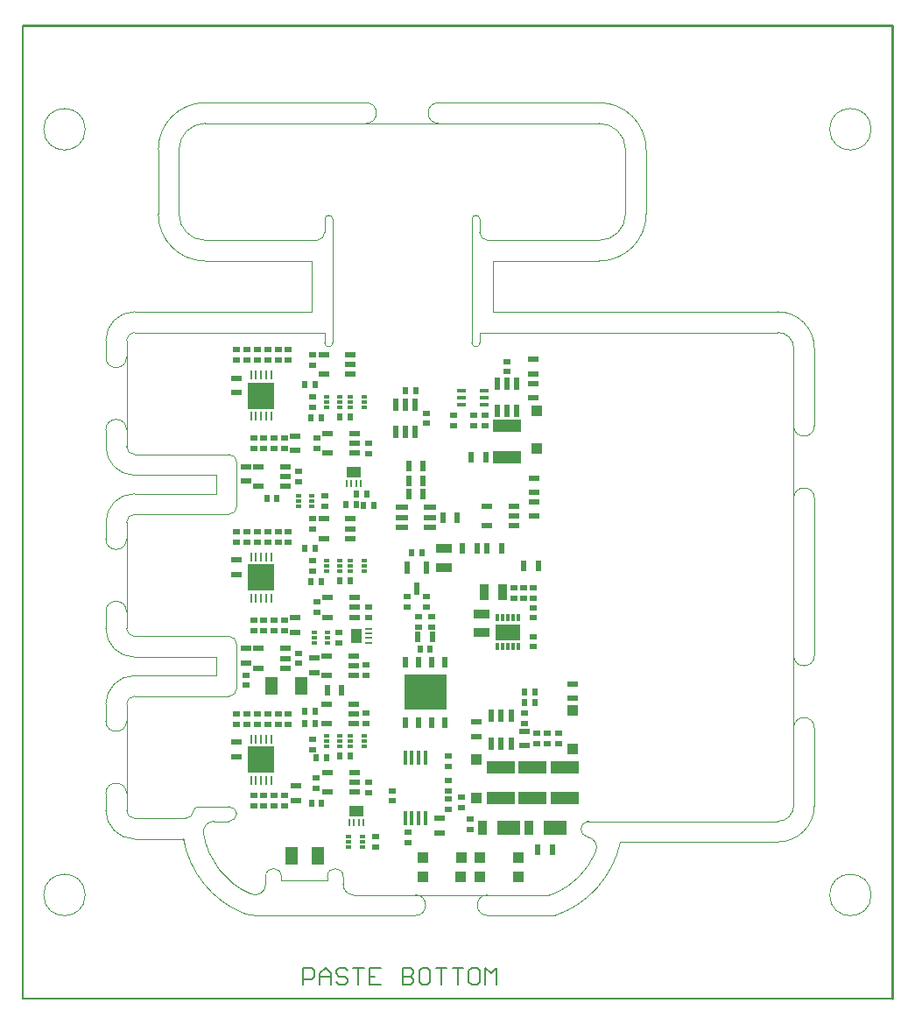
<source format=gbp>
G04*
G04 #@! TF.GenerationSoftware,Altium Limited,Altium Designer,18.1.9 (240)*
G04*
G04 Layer_Color=128*
%FSLAX25Y25*%
%MOIN*%
G70*
G01*
G75*
%ADD10C,0.01000*%
%ADD13C,0.00118*%
%ADD14C,0.00504*%
%ADD15C,0.00158*%
%ADD16C,0.00787*%
%ADD17R,0.02362X0.03937*%
%ADD18R,0.03740X0.06102*%
%ADD27R,0.02953X0.01968*%
%ADD30R,0.04331X0.04331*%
%ADD44R,0.01968X0.02953*%
%ADD45R,0.03937X0.02362*%
%ADD47R,0.06102X0.03740*%
%ADD48R,0.10630X0.04528*%
%ADD122R,0.08661X0.05512*%
%ADD123R,0.03543X0.05512*%
%ADD124R,0.05000X0.07000*%
%ADD125R,0.01181X0.02657*%
%ADD126R,0.09449X0.06496*%
%ADD127R,0.02362X0.04921*%
%ADD128R,0.03347X0.01378*%
%ADD129R,0.05315X0.03937*%
%ADD130R,0.00984X0.02756*%
%ADD131R,0.10433X0.10433*%
%ADD132R,0.00984X0.03347*%
%ADD133R,0.01968X0.01181*%
%ADD134R,0.01968X0.04331*%
%ADD135R,0.16142X0.13780*%
%ADD136R,0.01772X0.05709*%
%ADD137R,0.02756X0.00984*%
%ADD138R,0.03937X0.05315*%
%ADD139R,0.04331X0.04331*%
%ADD140R,0.02362X0.05118*%
%ADD141R,0.04724X0.07087*%
%ADD142R,0.03937X0.02362*%
%ADD143R,0.04921X0.02362*%
D10*
X0Y369767D02*
X330709D01*
Y-311D02*
Y369767D01*
D13*
X322854Y39026D02*
G03*
X322854Y39026I-7894J0D01*
G01*
X23642D02*
G03*
X23642Y39026I-7894J0D01*
G01*
Y330365D02*
G03*
X23642Y330365I-7894J0D01*
G01*
X69337Y332640D02*
G03*
X59337Y322640I0J-10000D01*
G01*
X130544Y332640D02*
G03*
X130544Y340514I0J3937D01*
G01*
X158130D02*
G03*
X158130Y332640I0J-3937D01*
G01*
X31501Y243643D02*
G03*
X39375Y243643I3937J0D01*
G01*
Y216057D02*
G03*
X31501Y216057I-3937J0D01*
G01*
X39375Y146837D02*
G03*
X31501Y146837I-3937J0D01*
G01*
Y174423D02*
G03*
X39375Y174423I3937J0D01*
G01*
Y77617D02*
G03*
X31501Y77617I-3937J0D01*
G01*
Y105203D02*
G03*
X39375Y105203I3937J0D01*
G01*
X301229Y189965D02*
G03*
X293355Y189965I-3937J0D01*
G01*
Y217550D02*
G03*
X301229Y217550I3937J0D01*
G01*
Y102560D02*
G03*
X293355Y102560I-3937J0D01*
G01*
Y130145D02*
G03*
X301229Y130145I3937J0D01*
G01*
X176885Y39059D02*
G03*
X176885Y31185I0J-3937D01*
G01*
X149299D02*
G03*
X149299Y39059I0J3937D01*
G01*
X322859Y330398D02*
G03*
X322859Y330398I-7894J0D01*
G01*
X23646D02*
G03*
X23646Y330398I-7894J0D01*
G01*
X293355Y247055D02*
G03*
X287355Y253055I-6000J0D01*
G01*
Y67055D02*
G03*
X293355Y73055I0J6000D01*
G01*
X215337Y67055D02*
G03*
X215093Y67045I0J-3000D01*
G01*
X42375Y253055D02*
G03*
X39375Y250055I0J-3000D01*
G01*
Y209645D02*
G03*
X42375Y206645I3000J0D01*
G01*
X59337Y298140D02*
G03*
X69337Y288140I10000J0D01*
G01*
X111837D02*
G03*
X114837Y291140I0J3000D01*
G01*
X173837Y296140D02*
G03*
X170837Y296140I-1500J0D01*
G01*
X173837Y291140D02*
G03*
X176837Y288140I3000J-0D01*
G01*
X229337Y322640D02*
G03*
X219337Y332640I-10000J0D01*
G01*
X117837Y296140D02*
G03*
X114837Y296140I-1500J0D01*
G01*
X69337Y332640D02*
G03*
X59337Y322640I0J-10000D01*
G01*
X219337Y288140D02*
G03*
X229337Y298140I-0J10000D01*
G01*
X98337Y46055D02*
G03*
X92337Y46055I-3000J0D01*
G01*
X86799Y39362D02*
G03*
X92337Y43055I1539J3692D01*
G01*
X68694Y62439D02*
G03*
X86799Y39362I29643J4615D01*
G01*
X72646Y67055D02*
G03*
X68694Y62439I0J-4000D01*
G01*
X78337Y67055D02*
G03*
X81328Y69825I0J3000D01*
G01*
D02*
G03*
X78337Y72595I-2991J-230D01*
G01*
X170837Y249118D02*
G03*
X173837Y249118I1500J0D01*
G01*
X214932Y67027D02*
G03*
X214921Y61084I405J-2973D01*
G01*
X81337Y134425D02*
G03*
X78337Y137425I-3000J0D01*
G01*
Y183835D02*
G03*
X81337Y186835I0J3000D01*
G01*
X78337Y114615D02*
G03*
X81337Y117615I0J3000D01*
G01*
Y203645D02*
G03*
X78337Y206645I-3000J0D01*
G01*
X200347Y39059D02*
G03*
X201887Y39367I0J4000D01*
G01*
X121837Y43059D02*
G03*
X125837Y39059I4000J0D01*
G01*
X218062Y55595D02*
G03*
X214921Y61084I-3697J1528D01*
G01*
X201887Y39367D02*
G03*
X218062Y55595I-11550J27688D01*
G01*
X121837Y46055D02*
G03*
X115837Y46055I-3000J0D01*
G01*
X114837Y249118D02*
G03*
X117837Y249118I1500J0D01*
G01*
X66809Y72595D02*
G03*
X64854Y70855I0J-1969D01*
G01*
X61875Y68205D02*
G03*
X64854Y70855I0J3000D01*
G01*
X39375Y71205D02*
G03*
X42375Y68205I3000J0D01*
G01*
Y114615D02*
G03*
X39375Y111615I0J-3000D01*
G01*
X42375Y183835D02*
G03*
X39375Y180835I0J-3000D01*
G01*
Y140425D02*
G03*
X42375Y137425I3000J0D01*
G01*
X51463Y298140D02*
G03*
X69337Y280266I17874J0D01*
G01*
Y340514D02*
G03*
X51463Y322640I0J-17874D01*
G01*
X237211D02*
G03*
X219337Y340514I-17874J0D01*
G01*
Y280266D02*
G03*
X237211Y298140I-0J17874D01*
G01*
X42375Y260929D02*
G03*
X31501Y250055I0J-10874D01*
G01*
Y209645D02*
G03*
X42375Y198771I10874J0D01*
G01*
Y191709D02*
G03*
X31501Y180835I0J-10874D01*
G01*
Y140425D02*
G03*
X42375Y129551I10874J0D01*
G01*
Y122489D02*
G03*
X31501Y111615I0J-10874D01*
G01*
Y71205D02*
G03*
X42375Y60331I10874J0D01*
G01*
X61065D02*
G03*
X83770Y32094I37272J6724D01*
G01*
X83770Y32094D02*
G03*
X88650Y31185I4567J10961D01*
G01*
X202494Y31185D02*
G03*
X227384Y59181I-12157J35870D01*
G01*
X287355D02*
G03*
X301229Y73055I0J13874D01*
G01*
Y247055D02*
G03*
X287355Y260929I-13874J0D01*
G01*
X59337Y322640D02*
X59337D01*
X238236Y67055D02*
X287355D01*
X238236Y253055D02*
X287355D01*
X293355Y73055D02*
Y102570D01*
X215337Y67055D02*
X223132D01*
X215093Y253055D02*
X223132D01*
X78214Y72595D02*
X78227D01*
X78214Y114615D02*
X78227D01*
X78214Y137425D02*
X78227D01*
X78214Y183835D02*
X78227D01*
X78214Y206645D02*
X78227D01*
X78214Y253055D02*
X114837D01*
X117837Y251874D02*
Y252679D01*
X170837Y251874D02*
Y252679D01*
X173837Y253055D02*
X215093D01*
X214932Y67027D02*
X215093Y67045D01*
X70871Y114615D02*
X72649D01*
X70871Y72595D02*
X72649D01*
X170837Y292867D02*
Y292873D01*
X117837Y292867D02*
Y292873D01*
X170837Y284827D02*
Y292867D01*
X117837Y284827D02*
Y292867D01*
X72649Y72595D02*
X78214D01*
X72649Y114615D02*
X78214D01*
X70871Y137425D02*
X72649D01*
X70871Y183835D02*
X72649D01*
X70871Y253055D02*
X72649D01*
X70871Y206645D02*
X72649D01*
Y137425D02*
X78214D01*
X72649Y183835D02*
X78214D01*
X170837Y257368D02*
Y262504D01*
X117837Y257368D02*
Y262504D01*
X233133Y67055D02*
X238236D01*
X223132Y253055D02*
X238236D01*
X72649Y206645D02*
X78214D01*
X72649Y253055D02*
X78214D01*
X117837Y252679D02*
Y257368D01*
X170837Y252679D02*
Y257368D01*
Y267194D02*
Y284827D01*
X117837Y267194D02*
Y284827D01*
Y262504D02*
Y267194D01*
X170837Y262504D02*
Y267194D01*
X42375Y253055D02*
X70871D01*
X42375Y206645D02*
X70871D01*
X223132Y67055D02*
X233133D01*
X173837Y291140D02*
Y296140D01*
X170837Y292873D02*
Y296140D01*
X69337Y288140D02*
X111837D01*
X59337Y298140D02*
Y322640D01*
X114837Y291140D02*
Y296140D01*
X117837Y292873D02*
Y296140D01*
X69337Y332641D02*
X130553D01*
X229337Y298140D02*
Y322640D01*
X176837Y288140D02*
X219337D01*
X92337Y43055D02*
Y46055D01*
X72646Y67055D02*
X78337D01*
X78227Y72595D02*
X78337D01*
X78227Y114615D02*
X78337D01*
X170837Y249118D02*
Y251874D01*
X173837Y249118D02*
Y253055D01*
X115837Y44413D02*
Y46055D01*
X98337Y44413D02*
X115837D01*
X98337D02*
Y46055D01*
X78227Y206645D02*
X78337D01*
X78227Y253055D02*
X114837Y253055D01*
X81337Y117615D02*
Y134425D01*
X78227Y137425D02*
X78337D01*
X78227Y183835D02*
X78337D01*
X125837Y39059D02*
X149312D01*
X114837Y249118D02*
Y253055D01*
X81337Y186835D02*
Y203645D01*
X117837Y249118D02*
Y251874D01*
X121837Y43059D02*
Y46055D01*
X42375Y114615D02*
X70871D01*
X66809Y72595D02*
X70871D01*
X42375Y68205D02*
X61875D01*
X39375Y71205D02*
Y77617D01*
X42375Y183835D02*
X70871D01*
X42375Y137425D02*
X70871D01*
X39375Y140425D02*
Y146837D01*
X69337Y280266D02*
X109963D01*
X51463Y298140D02*
Y322640D01*
X69337Y340514D02*
X130544D01*
X237211Y298140D02*
Y322640D01*
X178711Y280266D02*
X219337D01*
X109963Y260929D02*
Y280266D01*
X178711Y260929D02*
Y280266D01*
X42375Y260929D02*
X109963D01*
X31501Y209645D02*
Y216064D01*
X42375Y198771D02*
X73463D01*
Y191709D02*
Y198771D01*
X42375Y191709D02*
X73463D01*
X31501Y140425D02*
Y146844D01*
X42375Y129551D02*
X73463D01*
Y122489D02*
Y129551D01*
X42375Y122489D02*
X73463D01*
X31501Y71205D02*
Y77624D01*
X42375Y60331D02*
X61065D01*
X88024Y31185D02*
X149299D01*
X227384Y59181D02*
X287355D01*
X301229Y73055D02*
Y102560D01*
X178711Y260929D02*
X287355D01*
X117837Y262504D02*
Y267194D01*
X293355Y217540D02*
Y247055D01*
Y130135D02*
Y189975D01*
X176872Y39059D02*
X200347D01*
X31501Y105196D02*
Y111615D01*
Y174416D02*
Y180835D01*
Y243636D02*
Y250055D01*
X158121Y332641D02*
X219337D01*
X39375Y174423D02*
Y180835D01*
Y243643D02*
Y250055D01*
Y105203D02*
Y111615D01*
X176885Y31185D02*
X202494D01*
X158130Y340514D02*
X219337D01*
X301229Y217550D02*
Y247055D01*
Y130145D02*
Y189965D01*
X39375Y209645D02*
Y216057D01*
D14*
X0Y-312D02*
X330709D01*
X0Y-311D02*
Y369768D01*
D15*
X215337Y67055D02*
G03*
X215093Y67045I0J-3000D01*
G01*
X218062Y55595D02*
G03*
X214921Y61084I-3697J1528D01*
G01*
X201887Y39367D02*
G03*
X218062Y55595I-11550J27688D01*
G01*
X200347Y39059D02*
G03*
X201887Y39367I0J4000D01*
G01*
X121837Y43059D02*
G03*
X125837Y39059I4000J0D01*
G01*
X121837Y46055D02*
G03*
X115837Y46055I-3000J0D01*
G01*
X98337D02*
G03*
X92337Y46055I-3000J0D01*
G01*
X86799Y39362D02*
G03*
X92337Y43055I1539J3692D01*
G01*
X68694Y62439D02*
G03*
X86799Y39362I29643J4615D01*
G01*
X72646Y67055D02*
G03*
X68694Y62439I0J-4000D01*
G01*
X78337Y67055D02*
G03*
X81328Y69825I0J3000D01*
G01*
D02*
G03*
X78337Y72595I-2991J-230D01*
G01*
Y114615D02*
G03*
X81337Y117615I0J3000D01*
G01*
Y134425D02*
G03*
X78337Y137425I-3000J0D01*
G01*
Y183835D02*
G03*
X81337Y186835I0J3000D01*
G01*
Y203645D02*
G03*
X78337Y206645I-3000J0D01*
G01*
X114837Y249118D02*
G03*
X117837Y249118I1500J0D01*
G01*
X170837D02*
G03*
X173837Y249118I1500J0D01*
G01*
X215093Y67045D02*
G03*
X214921Y61084I244J-2990D01*
G01*
X39375Y71205D02*
G03*
X42375Y68205I3000J0D01*
G01*
Y114615D02*
G03*
X39375Y111615I0J-3000D01*
G01*
X66809Y72595D02*
G03*
X64854Y70855I0J-1969D01*
G01*
X61875Y68205D02*
G03*
X64854Y70855I0J3000D01*
G01*
X117837Y296140D02*
G03*
X114837Y296140I-1500J0D01*
G01*
X111837Y288140D02*
G03*
X114837Y291140I0J3000D01*
G01*
X229337Y322640D02*
G03*
X219337Y332640I-10000J0D01*
G01*
X173837Y291140D02*
G03*
X176837Y288140I3000J0D01*
G01*
X173837Y296140D02*
G03*
X170837Y296140I-1500J0D01*
G01*
X59337Y298140D02*
G03*
X69337Y288140I10000J0D01*
G01*
Y332640D02*
G03*
X59337Y322640I0J-10000D01*
G01*
X219337Y288140D02*
G03*
X229337Y298140I0J10000D01*
G01*
X42375Y183835D02*
G03*
X39375Y180835I0J-3000D01*
G01*
Y140425D02*
G03*
X42375Y137425I3000J0D01*
G01*
X39375Y209645D02*
G03*
X42375Y206645I3000J0D01*
G01*
Y253055D02*
G03*
X39375Y250055I0J-3000D01*
G01*
X293355Y247055D02*
G03*
X287355Y253055I-6000J0D01*
G01*
Y67055D02*
G03*
X293355Y73055I0J6000D01*
G01*
X215337Y67055D02*
X223132D01*
X215093Y253055D02*
X223132D01*
X125837Y39059D02*
X200347D01*
X121837Y43059D02*
Y46055D01*
X115837Y44413D02*
Y46055D01*
X98337Y44413D02*
X115837D01*
X98337D02*
Y46055D01*
X92337Y43055D02*
Y46055D01*
X72646Y67055D02*
X78337D01*
X78214Y72595D02*
X78337D01*
X78214Y114615D02*
X78337D01*
X81337Y117615D02*
Y134425D01*
X78214Y137425D02*
X78337D01*
X78214Y183835D02*
X78337D01*
X81337Y186835D02*
Y203645D01*
X78214Y206645D02*
X78337D01*
X78214Y253055D02*
X114837D01*
Y249118D02*
Y253055D01*
X117837Y249118D02*
Y252679D01*
X170837Y249118D02*
Y252679D01*
X173837Y249118D02*
Y253055D01*
X215093D01*
X42375Y68205D02*
X61875D01*
X39375Y71205D02*
Y111615D01*
X42375Y114615D02*
X72649D01*
X66809Y72595D02*
X72649D01*
X114837Y291140D02*
Y296140D01*
X69337Y288140D02*
X111837D01*
X69337Y332640D02*
X219337D01*
X229337Y298140D02*
Y322640D01*
X173837Y291140D02*
Y296140D01*
X170837Y292867D02*
Y296140D01*
X59337Y298140D02*
Y322640D01*
X117837Y292867D02*
Y296140D01*
X176837Y288140D02*
X219337D01*
X42375Y183835D02*
X72649D01*
X39375Y140425D02*
Y180835D01*
X42375Y137425D02*
X72649D01*
X42375Y253055D02*
X72649D01*
X42375Y206645D02*
X72649D01*
Y137425D02*
X78214D01*
X72649Y183835D02*
X78214D01*
X170837Y252679D02*
Y257368D01*
X117837Y252679D02*
Y257368D01*
X72649Y206645D02*
X78214D01*
X72649Y253055D02*
X78214D01*
X72649Y72595D02*
X78214D01*
X72649Y114615D02*
X78214D01*
X170837Y257368D02*
Y262504D01*
X117837Y257368D02*
Y262504D01*
X170837Y284827D02*
Y292867D01*
X117837Y284827D02*
Y292867D01*
X170837Y267194D02*
Y284827D01*
X117837Y267194D02*
Y284827D01*
X293355Y73055D02*
Y247055D01*
X223132Y253055D02*
X287355D01*
X223132Y67055D02*
X287355D01*
X117837Y262504D02*
Y267194D01*
X170837Y262504D02*
Y267194D01*
X39375Y209645D02*
Y250055D01*
D16*
X106697Y4921D02*
Y11218D01*
X109846D01*
X110896Y10169D01*
Y8070D01*
X109846Y7020D01*
X106697D01*
X112995Y4921D02*
Y9119D01*
X115094Y11218D01*
X117193Y9119D01*
Y4921D01*
Y8070D01*
X112995D01*
X123490Y10169D02*
X122440Y11218D01*
X120341D01*
X119292Y10169D01*
Y9119D01*
X120341Y8070D01*
X122440D01*
X123490Y7020D01*
Y5971D01*
X122440Y4921D01*
X120341D01*
X119292Y5971D01*
X125589Y11218D02*
X129787D01*
X127688D01*
Y4921D01*
X136084Y11218D02*
X131886D01*
Y4921D01*
X136084D01*
X131886Y8070D02*
X133985D01*
X144480Y11218D02*
Y4921D01*
X147629D01*
X148679Y5971D01*
Y7020D01*
X147629Y8070D01*
X144480D01*
X147629D01*
X148679Y9119D01*
Y10169D01*
X147629Y11218D01*
X144480D01*
X153926D02*
X151827D01*
X150778Y10169D01*
Y5971D01*
X151827Y4921D01*
X153926D01*
X154976Y5971D01*
Y10169D01*
X153926Y11218D01*
X157075D02*
X161273D01*
X159174D01*
Y4921D01*
X163372Y11218D02*
X167570D01*
X165471D01*
Y4921D01*
X172818Y11218D02*
X170719D01*
X169669Y10169D01*
Y5971D01*
X170719Y4921D01*
X172818D01*
X173867Y5971D01*
Y10169D01*
X172818Y11218D01*
X175966Y4921D02*
Y11218D01*
X178065Y9119D01*
X180164Y11218D01*
Y4921D01*
D17*
X159754Y182722D02*
D03*
X165266D02*
D03*
X152274Y191532D02*
D03*
X146762D02*
D03*
Y196502D02*
D03*
X152274D02*
D03*
X146762Y202309D02*
D03*
X152274D02*
D03*
X170581Y205655D02*
D03*
X176093D02*
D03*
X201487Y56384D02*
D03*
X195975D02*
D03*
X121270Y117014D02*
D03*
X115758D02*
D03*
X190660Y164317D02*
D03*
X196172D02*
D03*
X182195Y170899D02*
D03*
X176683D02*
D03*
X167235Y170813D02*
D03*
X172747D02*
D03*
X150305Y137315D02*
D03*
X155817D02*
D03*
D18*
X175510Y154081D02*
D03*
X182597D02*
D03*
D27*
X81318Y246502D02*
D03*
Y242565D02*
D03*
X85246Y242565D02*
D03*
Y246502D02*
D03*
X89183Y242565D02*
D03*
Y246502D02*
D03*
X93120D02*
D03*
Y242565D02*
D03*
X97057Y246502D02*
D03*
Y242565D02*
D03*
X100995D02*
D03*
Y246502D02*
D03*
X110148Y240596D02*
D03*
Y244533D02*
D03*
Y224651D02*
D03*
Y228588D02*
D03*
X87707Y208904D02*
D03*
Y212841D02*
D03*
X91645D02*
D03*
Y208904D02*
D03*
X95582Y212841D02*
D03*
Y208904D02*
D03*
X99519Y212841D02*
D03*
Y208904D02*
D03*
X104833Y196305D02*
D03*
Y200242D02*
D03*
X81318Y177302D02*
D03*
Y173365D02*
D03*
X85246D02*
D03*
Y177302D02*
D03*
X89183Y173364D02*
D03*
Y177301D02*
D03*
X93120Y177309D02*
D03*
Y173372D02*
D03*
X97057D02*
D03*
Y177309D02*
D03*
X100995D02*
D03*
Y173372D02*
D03*
X110149Y178187D02*
D03*
Y182124D02*
D03*
X110148Y162242D02*
D03*
Y166179D02*
D03*
X111723Y150439D02*
D03*
Y146502D02*
D03*
X87707Y139704D02*
D03*
Y143641D02*
D03*
X91645D02*
D03*
Y139704D02*
D03*
X95582Y143641D02*
D03*
Y139704D02*
D03*
X99519Y143641D02*
D03*
Y139704D02*
D03*
X104833Y127104D02*
D03*
Y131041D02*
D03*
X84853Y118746D02*
D03*
Y122683D02*
D03*
X81318Y108002D02*
D03*
Y104065D02*
D03*
X85246D02*
D03*
Y108002D02*
D03*
X89183Y104065D02*
D03*
Y108002D02*
D03*
X93120D02*
D03*
Y104065D02*
D03*
X97058Y104065D02*
D03*
Y108002D02*
D03*
X100995Y108002D02*
D03*
Y104065D02*
D03*
X110050Y94238D02*
D03*
Y98175D02*
D03*
X111526Y83411D02*
D03*
Y79474D02*
D03*
X131408Y77885D02*
D03*
Y81822D02*
D03*
X87707Y72978D02*
D03*
Y76915D02*
D03*
X91644D02*
D03*
Y72978D02*
D03*
X95581Y76915D02*
D03*
Y72978D02*
D03*
X99518Y76915D02*
D03*
Y72978D02*
D03*
X134164Y57329D02*
D03*
Y61266D02*
D03*
X146664Y62759D02*
D03*
Y58822D02*
D03*
X140463Y78687D02*
D03*
Y74750D02*
D03*
X130621Y108214D02*
D03*
Y104277D02*
D03*
X130621Y122552D02*
D03*
Y126489D02*
D03*
X120286Y134986D02*
D03*
Y138923D02*
D03*
X131408Y144527D02*
D03*
Y148463D02*
D03*
X146172Y152506D02*
D03*
Y148569D02*
D03*
X153652Y152506D02*
D03*
Y148569D02*
D03*
X150601Y144927D02*
D03*
Y140990D02*
D03*
X155621Y144927D02*
D03*
Y140990D02*
D03*
X114889Y186955D02*
D03*
Y190892D02*
D03*
X111723Y212840D02*
D03*
Y208903D02*
D03*
X131408Y206936D02*
D03*
Y210873D02*
D03*
X184164Y238136D02*
D03*
Y242073D02*
D03*
X175798Y217565D02*
D03*
Y221502D02*
D03*
X171565D02*
D03*
Y217565D02*
D03*
X163979Y221502D02*
D03*
Y217565D02*
D03*
X153553Y218451D02*
D03*
Y222388D02*
D03*
X186829Y152014D02*
D03*
Y155951D02*
D03*
X190471Y152014D02*
D03*
Y155951D02*
D03*
X194113D02*
D03*
Y152014D02*
D03*
Y144435D02*
D03*
Y148372D02*
D03*
X194211Y133411D02*
D03*
Y137348D02*
D03*
X190857Y104277D02*
D03*
Y108214D02*
D03*
X195384Y100636D02*
D03*
Y96699D02*
D03*
X199617Y100636D02*
D03*
Y96699D02*
D03*
X203750D02*
D03*
Y100636D02*
D03*
X161920Y91777D02*
D03*
Y87840D02*
D03*
Y78687D02*
D03*
Y82624D02*
D03*
Y75636D02*
D03*
Y71699D02*
D03*
X167038Y72329D02*
D03*
Y76266D02*
D03*
X170187Y67762D02*
D03*
Y63825D02*
D03*
D30*
X166644Y45754D02*
D03*
X152077D02*
D03*
X152176Y53234D02*
D03*
X166743D02*
D03*
X188396D02*
D03*
X173829D02*
D03*
X173829Y45754D02*
D03*
X188396D02*
D03*
D44*
X145483Y230852D02*
D03*
X149420D02*
D03*
X107195Y233214D02*
D03*
X111132D02*
D03*
X109602Y220714D02*
D03*
X113540D02*
D03*
X120679Y221010D02*
D03*
X124617D02*
D03*
X96664Y189809D02*
D03*
X92727D02*
D03*
X107195Y170805D02*
D03*
X111132D02*
D03*
X109656Y158305D02*
D03*
X113593D02*
D03*
X120679Y158707D02*
D03*
X124617D02*
D03*
X111132Y108805D02*
D03*
X107195D02*
D03*
Y104163D02*
D03*
X111132D02*
D03*
X115561Y91088D02*
D03*
X111624D02*
D03*
X120679Y92073D02*
D03*
X124617D02*
D03*
X109754Y73766D02*
D03*
X113691D02*
D03*
X151093Y132591D02*
D03*
X155030D02*
D03*
X126782Y187447D02*
D03*
X122845D02*
D03*
X126782Y191532D02*
D03*
X130719D02*
D03*
X129636Y187348D02*
D03*
X133573D02*
D03*
X151880Y169336D02*
D03*
X147943D02*
D03*
X194794Y116384D02*
D03*
X190857D02*
D03*
X194794Y112348D02*
D03*
X190857D02*
D03*
D45*
X172648Y99258D02*
D03*
Y104770D02*
D03*
X110935Y129120D02*
D03*
Y123608D02*
D03*
X81309Y235675D02*
D03*
Y230163D02*
D03*
X103652Y208117D02*
D03*
Y213629D02*
D03*
X84951Y196502D02*
D03*
Y202014D02*
D03*
X81309Y166474D02*
D03*
Y160962D02*
D03*
X103652Y138916D02*
D03*
Y144428D02*
D03*
X84951Y127301D02*
D03*
Y132812D02*
D03*
X81309Y97175D02*
D03*
Y91663D02*
D03*
X103750Y74947D02*
D03*
Y80458D02*
D03*
X158573Y62644D02*
D03*
Y68155D02*
D03*
X194105Y237348D02*
D03*
Y242860D02*
D03*
Y228195D02*
D03*
Y233707D02*
D03*
X194498Y192158D02*
D03*
Y197670D02*
D03*
Y183202D02*
D03*
Y188714D02*
D03*
X190857Y101325D02*
D03*
Y95813D02*
D03*
X209262Y113825D02*
D03*
Y119336D02*
D03*
D47*
X174526Y138923D02*
D03*
Y146010D02*
D03*
X160050Y170813D02*
D03*
Y163726D02*
D03*
D48*
X193924Y87742D02*
D03*
Y75931D02*
D03*
X181900Y87742D02*
D03*
Y75931D02*
D03*
X206309Y87644D02*
D03*
Y75832D02*
D03*
X184164Y205655D02*
D03*
Y217466D02*
D03*
D122*
X184853Y64514D02*
D03*
X202520D02*
D03*
D123*
X174813D02*
D03*
X192481D02*
D03*
D124*
X112089Y54022D02*
D03*
X102085D02*
D03*
D125*
X188518Y144435D02*
D03*
X186550D02*
D03*
X184581D02*
D03*
X182613D02*
D03*
X180644D02*
D03*
Y133411D02*
D03*
X182613D02*
D03*
X184581D02*
D03*
X186550D02*
D03*
X188518D02*
D03*
D126*
X184581Y138923D02*
D03*
D127*
X187904Y223273D02*
D03*
X184164D02*
D03*
X180424Y233707D02*
D03*
X184164D02*
D03*
X187904D02*
D03*
X180424Y223273D02*
D03*
X178258Y107132D02*
D03*
X181998D02*
D03*
X185739Y96699D02*
D03*
X181998D02*
D03*
X178258D02*
D03*
X185739Y107132D02*
D03*
X149321Y215301D02*
D03*
X145581D02*
D03*
X141841Y225734D02*
D03*
X145581D02*
D03*
X149321D02*
D03*
X141841Y215301D02*
D03*
D128*
X166841Y230754D02*
D03*
Y228195D02*
D03*
Y225636D02*
D03*
X175502D02*
D03*
Y228195D02*
D03*
Y230754D02*
D03*
D129*
X126880Y70941D02*
D03*
X125896Y199993D02*
D03*
D130*
X124223Y66414D02*
D03*
X125995D02*
D03*
X127766D02*
D03*
X129538D02*
D03*
X123239Y195465D02*
D03*
X125010D02*
D03*
X126782D02*
D03*
X128553D02*
D03*
D131*
X90660Y90482D02*
D03*
Y159781D02*
D03*
Y228982D02*
D03*
D132*
X94597Y82608D02*
D03*
X92628D02*
D03*
X90660D02*
D03*
X88691D02*
D03*
X86723Y98356D02*
D03*
X88691D02*
D03*
X90660D02*
D03*
X92628D02*
D03*
X86723Y82608D02*
D03*
X94597Y98356D02*
D03*
Y167655D02*
D03*
X86723Y151907D02*
D03*
X92628Y167655D02*
D03*
X90660D02*
D03*
X88691D02*
D03*
X86723D02*
D03*
X88691Y151907D02*
D03*
X90660D02*
D03*
X92628D02*
D03*
X94597D02*
D03*
Y221108D02*
D03*
X92628D02*
D03*
X90660D02*
D03*
X88691D02*
D03*
X86723Y236856D02*
D03*
X88691D02*
D03*
X90660D02*
D03*
X92628D02*
D03*
X86723Y221108D02*
D03*
X94597Y236856D02*
D03*
D133*
X120679Y95502D02*
D03*
Y97470D02*
D03*
Y99439D02*
D03*
X115561D02*
D03*
Y97470D02*
D03*
Y95502D02*
D03*
X129778Y228589D02*
D03*
Y226620D02*
D03*
Y224651D02*
D03*
X124660D02*
D03*
Y226620D02*
D03*
Y228589D02*
D03*
X120581Y224651D02*
D03*
Y226620D02*
D03*
Y228588D02*
D03*
X115463D02*
D03*
Y226620D02*
D03*
Y224651D02*
D03*
X115990Y138923D02*
D03*
Y136955D02*
D03*
Y134986D02*
D03*
X110872D02*
D03*
Y136955D02*
D03*
Y138923D02*
D03*
X124660Y166179D02*
D03*
Y164210D02*
D03*
Y162242D02*
D03*
X129778D02*
D03*
Y164210D02*
D03*
Y166179D02*
D03*
X115463Y162242D02*
D03*
Y164210D02*
D03*
Y166179D02*
D03*
X120581D02*
D03*
Y164210D02*
D03*
Y162242D02*
D03*
X123927Y61250D02*
D03*
Y59281D02*
D03*
Y57313D02*
D03*
X129046D02*
D03*
Y59281D02*
D03*
Y61250D02*
D03*
X129778Y99537D02*
D03*
Y97569D02*
D03*
Y95600D02*
D03*
X124660D02*
D03*
Y97569D02*
D03*
Y99537D02*
D03*
X104735Y190892D02*
D03*
Y188923D02*
D03*
Y186955D02*
D03*
X109853D02*
D03*
Y188923D02*
D03*
Y190892D02*
D03*
D134*
X160561Y104658D02*
D03*
X155561D02*
D03*
X150561D02*
D03*
X145561D02*
D03*
Y127532D02*
D03*
X155561D02*
D03*
X160561D02*
D03*
X150561D02*
D03*
D135*
X153061Y116095D02*
D03*
D136*
X145384Y68172D02*
D03*
X147943D02*
D03*
X150502D02*
D03*
X153061D02*
D03*
Y91400D02*
D03*
X150502D02*
D03*
X147943D02*
D03*
X145384D02*
D03*
D137*
X131408Y140293D02*
D03*
Y138521D02*
D03*
Y136749D02*
D03*
Y134978D02*
D03*
D138*
X126880Y137635D02*
D03*
D139*
X172648Y90498D02*
D03*
Y75931D02*
D03*
X195679Y208805D02*
D03*
Y223372D02*
D03*
X209262Y94533D02*
D03*
Y109100D02*
D03*
D140*
X153652Y163687D02*
D03*
X146172D02*
D03*
X149912Y155695D02*
D03*
D141*
X105719Y118648D02*
D03*
X94695D02*
D03*
D142*
X115660Y129966D02*
D03*
Y122486D02*
D03*
X125896D02*
D03*
Y126226D02*
D03*
Y129966D02*
D03*
X176683Y186942D02*
D03*
Y179462D02*
D03*
X186920D02*
D03*
Y183202D02*
D03*
Y186942D02*
D03*
X114397Y244558D02*
D03*
Y237077D02*
D03*
X124633D02*
D03*
Y240818D02*
D03*
Y244558D02*
D03*
X116027Y214612D02*
D03*
Y207132D02*
D03*
X126263D02*
D03*
Y210872D02*
D03*
Y214612D02*
D03*
X89676Y202013D02*
D03*
Y194533D02*
D03*
X99912D02*
D03*
Y198273D02*
D03*
Y202013D02*
D03*
X114397Y182148D02*
D03*
Y174668D02*
D03*
X124633D02*
D03*
Y178408D02*
D03*
Y182148D02*
D03*
X116027Y152203D02*
D03*
Y144722D02*
D03*
X126263D02*
D03*
Y148462D02*
D03*
Y152203D02*
D03*
X89676Y132812D02*
D03*
Y125332D02*
D03*
X99912D02*
D03*
Y129072D02*
D03*
Y132812D02*
D03*
X115677Y111668D02*
D03*
Y104188D02*
D03*
X125913D02*
D03*
Y107928D02*
D03*
Y111668D02*
D03*
X116027Y85561D02*
D03*
Y78081D02*
D03*
X126263D02*
D03*
Y81821D02*
D03*
Y85561D02*
D03*
D143*
X154734Y186462D02*
D03*
Y182722D02*
D03*
X144301Y178982D02*
D03*
Y182722D02*
D03*
Y186462D02*
D03*
X154734Y178982D02*
D03*
M02*

</source>
